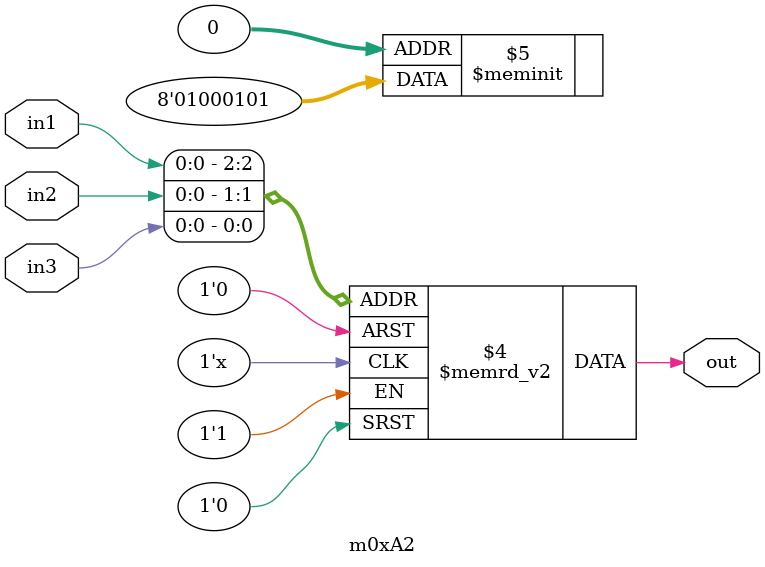
<source format=v>
module m0xA2(output out, input in1, in2, in3);

   always @(in1, in2, in3)
     begin
        case({in1, in2, in3})
          3'b000: {out} = 1'b1;
          3'b001: {out} = 1'b0;
          3'b010: {out} = 1'b1;
          3'b011: {out} = 1'b0;
          3'b100: {out} = 1'b0;
          3'b101: {out} = 1'b0;
          3'b110: {out} = 1'b1;
          3'b111: {out} = 1'b0;
        endcase // case ({in1, in2, in3})
     end // always @ (in1, in2, in3)

endmodule // m0xA2
</source>
